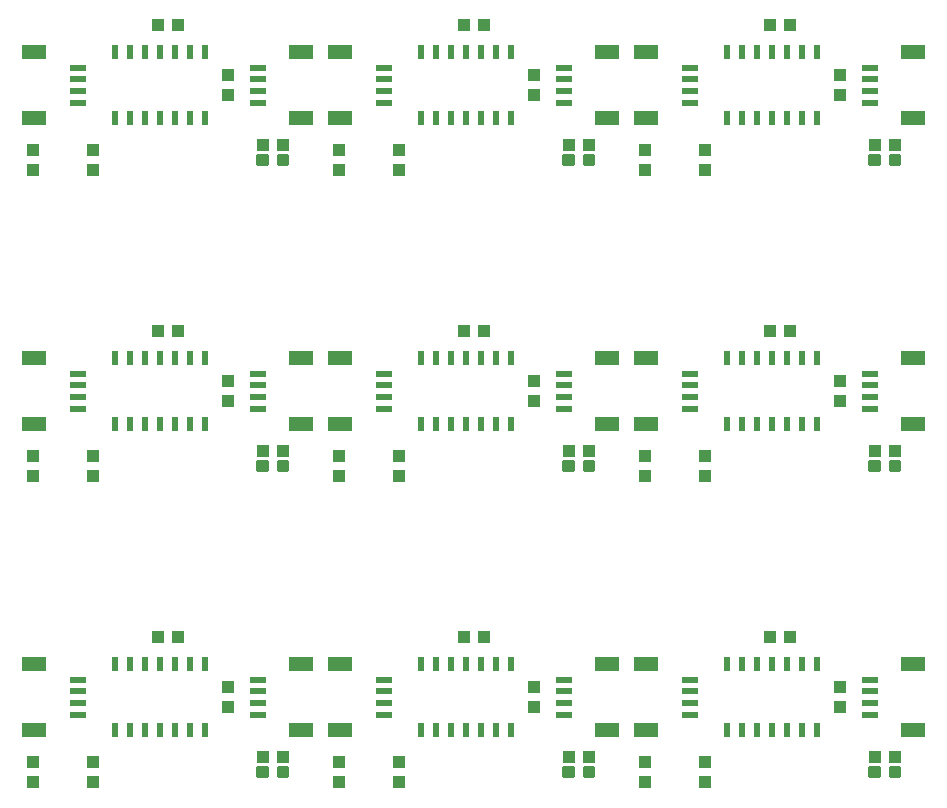
<source format=gtp>
G75*
%MOIN*%
%OFA0B0*%
%FSLAX25Y25*%
%IPPOS*%
%LPD*%
%AMOC8*
5,1,8,0,0,1.08239X$1,22.5*
%
%ADD10R,0.07874X0.04724*%
%ADD11R,0.05315X0.02362*%
%ADD12R,0.03937X0.04331*%
%ADD13R,0.02362X0.04724*%
%ADD14R,0.04331X0.03937*%
%ADD15C,0.01181*%
D10*
X0050493Y0072909D03*
X0050493Y0094957D03*
X0139430Y0094957D03*
X0152493Y0094957D03*
X0152493Y0072909D03*
X0139430Y0072909D03*
X0241430Y0072909D03*
X0254493Y0072909D03*
X0254493Y0094957D03*
X0241430Y0094957D03*
X0241430Y0174909D03*
X0254493Y0174909D03*
X0254493Y0196957D03*
X0241430Y0196957D03*
X0241430Y0276909D03*
X0254493Y0276909D03*
X0254493Y0298957D03*
X0241430Y0298957D03*
X0152493Y0298957D03*
X0139430Y0298957D03*
X0139430Y0276909D03*
X0152493Y0276909D03*
X0152493Y0196957D03*
X0139430Y0196957D03*
X0139430Y0174909D03*
X0152493Y0174909D03*
X0050493Y0174909D03*
X0050493Y0196957D03*
X0050493Y0276909D03*
X0050493Y0298957D03*
X0343430Y0298957D03*
X0343430Y0276909D03*
X0343430Y0196957D03*
X0343430Y0174909D03*
X0343430Y0094957D03*
X0343430Y0072909D03*
D11*
X0328962Y0078028D03*
X0328962Y0081965D03*
X0328962Y0085902D03*
X0328962Y0089839D03*
X0268962Y0089839D03*
X0268962Y0085902D03*
X0268962Y0081965D03*
X0268962Y0078028D03*
X0226962Y0078028D03*
X0226962Y0081965D03*
X0226962Y0085902D03*
X0226962Y0089839D03*
X0166962Y0089839D03*
X0166962Y0085902D03*
X0166962Y0081965D03*
X0166962Y0078028D03*
X0124962Y0078028D03*
X0124962Y0081965D03*
X0124962Y0085902D03*
X0124962Y0089839D03*
X0064962Y0089839D03*
X0064962Y0085902D03*
X0064962Y0081965D03*
X0064962Y0078028D03*
X0064962Y0180028D03*
X0064962Y0183965D03*
X0064962Y0187902D03*
X0064962Y0191839D03*
X0124962Y0191839D03*
X0124962Y0187902D03*
X0124962Y0183965D03*
X0124962Y0180028D03*
X0166962Y0180028D03*
X0166962Y0183965D03*
X0166962Y0187902D03*
X0166962Y0191839D03*
X0226962Y0191839D03*
X0226962Y0187902D03*
X0226962Y0183965D03*
X0226962Y0180028D03*
X0268962Y0180028D03*
X0268962Y0183965D03*
X0268962Y0187902D03*
X0268962Y0191839D03*
X0328962Y0191839D03*
X0328962Y0187902D03*
X0328962Y0183965D03*
X0328962Y0180028D03*
X0328962Y0282028D03*
X0328962Y0285965D03*
X0328962Y0289902D03*
X0328962Y0293839D03*
X0268962Y0293839D03*
X0268962Y0289902D03*
X0268962Y0285965D03*
X0268962Y0282028D03*
X0226962Y0282028D03*
X0226962Y0285965D03*
X0226962Y0289902D03*
X0226962Y0293839D03*
X0166962Y0293839D03*
X0166962Y0289902D03*
X0166962Y0285965D03*
X0166962Y0282028D03*
X0124962Y0282028D03*
X0124962Y0285965D03*
X0124962Y0289902D03*
X0124962Y0293839D03*
X0064962Y0293839D03*
X0064962Y0289902D03*
X0064962Y0285965D03*
X0064962Y0282028D03*
D12*
X0049962Y0055587D03*
X0049962Y0062280D03*
X0069962Y0062280D03*
X0069962Y0055587D03*
X0114962Y0080587D03*
X0114962Y0087280D03*
X0151962Y0062280D03*
X0151962Y0055587D03*
X0171962Y0055587D03*
X0171962Y0062280D03*
X0216962Y0080587D03*
X0216962Y0087280D03*
X0253962Y0062280D03*
X0253962Y0055587D03*
X0273962Y0055587D03*
X0273962Y0062280D03*
X0318962Y0080587D03*
X0318962Y0087280D03*
X0273962Y0157587D03*
X0273962Y0164280D03*
X0253962Y0164280D03*
X0253962Y0157587D03*
X0216962Y0182587D03*
X0216962Y0189280D03*
X0171962Y0164280D03*
X0171962Y0157587D03*
X0151962Y0157587D03*
X0151962Y0164280D03*
X0114962Y0182587D03*
X0114962Y0189280D03*
X0069962Y0164280D03*
X0069962Y0157587D03*
X0049962Y0157587D03*
X0049962Y0164280D03*
X0049962Y0259587D03*
X0049962Y0266280D03*
X0069962Y0266280D03*
X0069962Y0259587D03*
X0114962Y0284587D03*
X0114962Y0291280D03*
X0151962Y0266280D03*
X0151962Y0259587D03*
X0171962Y0259587D03*
X0171962Y0266280D03*
X0216962Y0284587D03*
X0216962Y0291280D03*
X0253962Y0266280D03*
X0253962Y0259587D03*
X0273962Y0259587D03*
X0273962Y0266280D03*
X0318962Y0284587D03*
X0318962Y0291280D03*
X0318962Y0189280D03*
X0318962Y0182587D03*
D13*
X0311462Y0174909D03*
X0306462Y0174909D03*
X0301462Y0174909D03*
X0296462Y0174909D03*
X0291462Y0174909D03*
X0286462Y0174909D03*
X0281462Y0174909D03*
X0281462Y0196957D03*
X0286462Y0196957D03*
X0291462Y0196957D03*
X0296462Y0196957D03*
X0301462Y0196957D03*
X0306462Y0196957D03*
X0311462Y0196957D03*
X0311462Y0276909D03*
X0306462Y0276909D03*
X0301462Y0276909D03*
X0296462Y0276909D03*
X0291462Y0276909D03*
X0286462Y0276909D03*
X0281462Y0276909D03*
X0281462Y0298957D03*
X0286462Y0298957D03*
X0291462Y0298957D03*
X0296462Y0298957D03*
X0301462Y0298957D03*
X0306462Y0298957D03*
X0311462Y0298957D03*
X0209462Y0298957D03*
X0204462Y0298957D03*
X0199462Y0298957D03*
X0194462Y0298957D03*
X0189462Y0298957D03*
X0184462Y0298957D03*
X0179462Y0298957D03*
X0179462Y0276909D03*
X0184462Y0276909D03*
X0189462Y0276909D03*
X0194462Y0276909D03*
X0199462Y0276909D03*
X0204462Y0276909D03*
X0209462Y0276909D03*
X0209462Y0196957D03*
X0204462Y0196957D03*
X0199462Y0196957D03*
X0194462Y0196957D03*
X0189462Y0196957D03*
X0184462Y0196957D03*
X0179462Y0196957D03*
X0179462Y0174909D03*
X0184462Y0174909D03*
X0189462Y0174909D03*
X0194462Y0174909D03*
X0199462Y0174909D03*
X0204462Y0174909D03*
X0209462Y0174909D03*
X0209462Y0094957D03*
X0204462Y0094957D03*
X0199462Y0094957D03*
X0194462Y0094957D03*
X0189462Y0094957D03*
X0184462Y0094957D03*
X0179462Y0094957D03*
X0179462Y0072909D03*
X0184462Y0072909D03*
X0189462Y0072909D03*
X0194462Y0072909D03*
X0199462Y0072909D03*
X0204462Y0072909D03*
X0209462Y0072909D03*
X0281462Y0072909D03*
X0286462Y0072909D03*
X0291462Y0072909D03*
X0296462Y0072909D03*
X0301462Y0072909D03*
X0306462Y0072909D03*
X0311462Y0072909D03*
X0311462Y0094957D03*
X0306462Y0094957D03*
X0301462Y0094957D03*
X0296462Y0094957D03*
X0291462Y0094957D03*
X0286462Y0094957D03*
X0281462Y0094957D03*
X0107462Y0094957D03*
X0102462Y0094957D03*
X0097462Y0094957D03*
X0092462Y0094957D03*
X0087462Y0094957D03*
X0082462Y0094957D03*
X0077462Y0094957D03*
X0077462Y0072909D03*
X0082462Y0072909D03*
X0087462Y0072909D03*
X0092462Y0072909D03*
X0097462Y0072909D03*
X0102462Y0072909D03*
X0107462Y0072909D03*
X0107462Y0174909D03*
X0102462Y0174909D03*
X0097462Y0174909D03*
X0092462Y0174909D03*
X0087462Y0174909D03*
X0082462Y0174909D03*
X0077462Y0174909D03*
X0077462Y0196957D03*
X0082462Y0196957D03*
X0087462Y0196957D03*
X0092462Y0196957D03*
X0097462Y0196957D03*
X0102462Y0196957D03*
X0107462Y0196957D03*
X0107462Y0276909D03*
X0102462Y0276909D03*
X0097462Y0276909D03*
X0092462Y0276909D03*
X0087462Y0276909D03*
X0082462Y0276909D03*
X0077462Y0276909D03*
X0077462Y0298957D03*
X0082462Y0298957D03*
X0087462Y0298957D03*
X0092462Y0298957D03*
X0097462Y0298957D03*
X0102462Y0298957D03*
X0107462Y0298957D03*
D14*
X0098308Y0307933D03*
X0091615Y0307933D03*
X0126615Y0267933D03*
X0133308Y0267933D03*
X0193615Y0307933D03*
X0200308Y0307933D03*
X0228615Y0267933D03*
X0235308Y0267933D03*
X0295615Y0307933D03*
X0302308Y0307933D03*
X0330615Y0267933D03*
X0337308Y0267933D03*
X0302308Y0205933D03*
X0295615Y0205933D03*
X0330615Y0165933D03*
X0337308Y0165933D03*
X0302308Y0103933D03*
X0295615Y0103933D03*
X0330615Y0063933D03*
X0337308Y0063933D03*
X0235308Y0063933D03*
X0228615Y0063933D03*
X0200308Y0103933D03*
X0193615Y0103933D03*
X0133308Y0063933D03*
X0126615Y0063933D03*
X0098308Y0103933D03*
X0091615Y0103933D03*
X0126615Y0165933D03*
X0133308Y0165933D03*
X0098308Y0205933D03*
X0091615Y0205933D03*
X0193615Y0205933D03*
X0200308Y0205933D03*
X0228615Y0165933D03*
X0235308Y0165933D03*
D15*
X0236793Y0162311D02*
X0236793Y0159555D01*
X0234037Y0159555D01*
X0234037Y0162311D01*
X0236793Y0162311D01*
X0236793Y0160735D02*
X0234037Y0160735D01*
X0234037Y0161915D02*
X0236793Y0161915D01*
X0229887Y0162311D02*
X0229887Y0159555D01*
X0227131Y0159555D01*
X0227131Y0162311D01*
X0229887Y0162311D01*
X0229887Y0160735D02*
X0227131Y0160735D01*
X0227131Y0161915D02*
X0229887Y0161915D01*
X0134793Y0162311D02*
X0134793Y0159555D01*
X0132037Y0159555D01*
X0132037Y0162311D01*
X0134793Y0162311D01*
X0134793Y0160735D02*
X0132037Y0160735D01*
X0132037Y0161915D02*
X0134793Y0161915D01*
X0127887Y0162311D02*
X0127887Y0159555D01*
X0125131Y0159555D01*
X0125131Y0162311D01*
X0127887Y0162311D01*
X0127887Y0160735D02*
X0125131Y0160735D01*
X0125131Y0161915D02*
X0127887Y0161915D01*
X0127887Y0261555D02*
X0127887Y0264311D01*
X0127887Y0261555D02*
X0125131Y0261555D01*
X0125131Y0264311D01*
X0127887Y0264311D01*
X0127887Y0262735D02*
X0125131Y0262735D01*
X0125131Y0263915D02*
X0127887Y0263915D01*
X0134793Y0264311D02*
X0134793Y0261555D01*
X0132037Y0261555D01*
X0132037Y0264311D01*
X0134793Y0264311D01*
X0134793Y0262735D02*
X0132037Y0262735D01*
X0132037Y0263915D02*
X0134793Y0263915D01*
X0229887Y0264311D02*
X0229887Y0261555D01*
X0227131Y0261555D01*
X0227131Y0264311D01*
X0229887Y0264311D01*
X0229887Y0262735D02*
X0227131Y0262735D01*
X0227131Y0263915D02*
X0229887Y0263915D01*
X0236793Y0264311D02*
X0236793Y0261555D01*
X0234037Y0261555D01*
X0234037Y0264311D01*
X0236793Y0264311D01*
X0236793Y0262735D02*
X0234037Y0262735D01*
X0234037Y0263915D02*
X0236793Y0263915D01*
X0331887Y0264311D02*
X0331887Y0261555D01*
X0329131Y0261555D01*
X0329131Y0264311D01*
X0331887Y0264311D01*
X0331887Y0262735D02*
X0329131Y0262735D01*
X0329131Y0263915D02*
X0331887Y0263915D01*
X0338793Y0264311D02*
X0338793Y0261555D01*
X0336037Y0261555D01*
X0336037Y0264311D01*
X0338793Y0264311D01*
X0338793Y0262735D02*
X0336037Y0262735D01*
X0336037Y0263915D02*
X0338793Y0263915D01*
X0338793Y0162311D02*
X0338793Y0159555D01*
X0336037Y0159555D01*
X0336037Y0162311D01*
X0338793Y0162311D01*
X0338793Y0160735D02*
X0336037Y0160735D01*
X0336037Y0161915D02*
X0338793Y0161915D01*
X0331887Y0162311D02*
X0331887Y0159555D01*
X0329131Y0159555D01*
X0329131Y0162311D01*
X0331887Y0162311D01*
X0331887Y0160735D02*
X0329131Y0160735D01*
X0329131Y0161915D02*
X0331887Y0161915D01*
X0331887Y0060311D02*
X0331887Y0057555D01*
X0329131Y0057555D01*
X0329131Y0060311D01*
X0331887Y0060311D01*
X0331887Y0058735D02*
X0329131Y0058735D01*
X0329131Y0059915D02*
X0331887Y0059915D01*
X0338793Y0060311D02*
X0338793Y0057555D01*
X0336037Y0057555D01*
X0336037Y0060311D01*
X0338793Y0060311D01*
X0338793Y0058735D02*
X0336037Y0058735D01*
X0336037Y0059915D02*
X0338793Y0059915D01*
X0236793Y0060311D02*
X0236793Y0057555D01*
X0234037Y0057555D01*
X0234037Y0060311D01*
X0236793Y0060311D01*
X0236793Y0058735D02*
X0234037Y0058735D01*
X0234037Y0059915D02*
X0236793Y0059915D01*
X0229887Y0060311D02*
X0229887Y0057555D01*
X0227131Y0057555D01*
X0227131Y0060311D01*
X0229887Y0060311D01*
X0229887Y0058735D02*
X0227131Y0058735D01*
X0227131Y0059915D02*
X0229887Y0059915D01*
X0134793Y0060311D02*
X0134793Y0057555D01*
X0132037Y0057555D01*
X0132037Y0060311D01*
X0134793Y0060311D01*
X0134793Y0058735D02*
X0132037Y0058735D01*
X0132037Y0059915D02*
X0134793Y0059915D01*
X0127887Y0060311D02*
X0127887Y0057555D01*
X0125131Y0057555D01*
X0125131Y0060311D01*
X0127887Y0060311D01*
X0127887Y0058735D02*
X0125131Y0058735D01*
X0125131Y0059915D02*
X0127887Y0059915D01*
M02*

</source>
